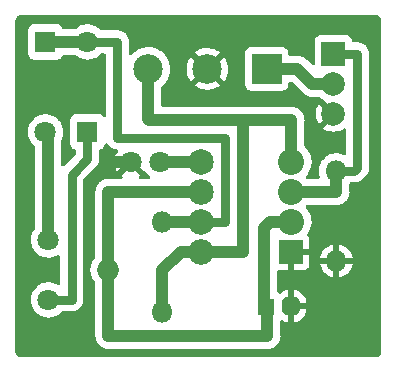
<source format=gbl>
%TF.GenerationSoftware,KiCad,Pcbnew,(6.0.10)*%
%TF.CreationDate,2023-01-21T20:26:19+05:30*%
%TF.ProjectId,555 Astable,35353520-4173-4746-9162-6c652e6b6963,rev?*%
%TF.SameCoordinates,Original*%
%TF.FileFunction,Copper,L2,Bot*%
%TF.FilePolarity,Positive*%
%FSLAX46Y46*%
G04 Gerber Fmt 4.6, Leading zero omitted, Abs format (unit mm)*
G04 Created by KiCad (PCBNEW (6.0.10)) date 2023-01-21 20:26:19*
%MOMM*%
%LPD*%
G01*
G04 APERTURE LIST*
%TA.AperFunction,ComponentPad*%
%ADD10R,2.000000X2.000000*%
%TD*%
%TA.AperFunction,ComponentPad*%
%ADD11C,2.203270*%
%TD*%
%TA.AperFunction,ComponentPad*%
%ADD12C,2.200000*%
%TD*%
%TA.AperFunction,ComponentPad*%
%ADD13C,2.200362*%
%TD*%
%TA.AperFunction,ComponentPad*%
%ADD14C,2.160370*%
%TD*%
%TA.AperFunction,ComponentPad*%
%ADD15C,2.165916*%
%TD*%
%TA.AperFunction,ComponentPad*%
%ADD16C,2.163330*%
%TD*%
%TA.AperFunction,ComponentPad*%
%ADD17C,2.169238*%
%TD*%
%TA.AperFunction,ComponentPad*%
%ADD18C,1.800000*%
%TD*%
%TA.AperFunction,ComponentPad*%
%ADD19R,2.500000X2.500000*%
%TD*%
%TA.AperFunction,ComponentPad*%
%ADD20C,2.500000*%
%TD*%
%TA.AperFunction,ComponentPad*%
%ADD21R,1.800000X1.800000*%
%TD*%
%TA.AperFunction,ComponentPad*%
%ADD22R,1.400000X1.400000*%
%TD*%
%TA.AperFunction,ComponentPad*%
%ADD23O,1.600000X1.800000*%
%TD*%
%TA.AperFunction,ComponentPad*%
%ADD24O,1.800000X1.800000*%
%TD*%
%TA.AperFunction,ComponentPad*%
%ADD25C,1.840000*%
%TD*%
%TA.AperFunction,ComponentPad*%
%ADD26C,1.800444*%
%TD*%
%TA.AperFunction,ComponentPad*%
%ADD27C,2.000000*%
%TD*%
%TA.AperFunction,Conductor*%
%ADD28C,1.000000*%
%TD*%
%TA.AperFunction,Conductor*%
%ADD29C,0.750000*%
%TD*%
G04 APERTURE END LIST*
D10*
%TO.P,U1,1,GND*%
%TO.N,GND*%
X125222000Y-83566000D03*
D11*
%TO.P,U1,2,TRIG*%
%TO.N,Net-(C2-Pad1)*%
X125222000Y-81026000D03*
D12*
%TO.P,U1,3,OUT*%
%TO.N,Net-(Q1-Pad1)*%
X125222000Y-78486000D03*
D13*
%TO.P,U1,4,RESET*%
%TO.N,VCC*%
X125222000Y-75946000D03*
D14*
%TO.P,U1,5,CONT*%
%TO.N,Net-(C1-Pad1)*%
X117602000Y-75946000D03*
D15*
%TO.P,U1,6,THRES*%
%TO.N,Net-(C2-Pad1)*%
X117602000Y-78486000D03*
D16*
%TO.P,U1,7,DISCH*%
%TO.N,Net-(D1-Pad1)*%
X117602000Y-81026000D03*
D17*
%TO.P,U1,8,VCC*%
%TO.N,VCC*%
X117602000Y-83566000D03*
%TD*%
D18*
%TO.P,C1,1*%
%TO.N,Net-(C1-Pad1)*%
X114121800Y-75956000D03*
%TO.P,C1,2*%
%TO.N,GND*%
X111621800Y-75956000D03*
%TD*%
D19*
%TO.P,J1,1*%
%TO.N,Net-(Q1-Pad2)*%
X123110000Y-68072000D03*
D20*
%TO.P,J1,2*%
%TO.N,GND*%
X118110000Y-68072000D03*
%TO.P,J1,3*%
%TO.N,VCC*%
X113110000Y-68072000D03*
%TD*%
D21*
%TO.P,D2,1,K*%
%TO.N,Net-(D2-Pad1)*%
X107950000Y-73406000D03*
D18*
%TO.P,D2,2,A*%
%TO.N,Net-(D1-Pad1)*%
X107950000Y-65786000D03*
%TD*%
D22*
%TO.P,C2,1*%
%TO.N,Net-(C2-Pad1)*%
X123090000Y-88248000D03*
D23*
%TO.P,C2,2*%
%TO.N,GND*%
X125190000Y-88148000D03*
%TD*%
D24*
%TO.P,R1,1*%
%TO.N,Net-(D1-Pad1)*%
X114300000Y-81036000D03*
%TO.P,R1,2*%
%TO.N,VCC*%
X114300000Y-88656000D03*
%TD*%
D21*
%TO.P,D1,1,K*%
%TO.N,Net-(D1-Pad1)*%
X104394000Y-65786000D03*
D18*
%TO.P,D1,2,A*%
%TO.N,Net-(D1-Pad2)*%
X104394000Y-73406000D03*
%TD*%
D24*
%TO.P,R2,1*%
%TO.N,GND*%
X129032000Y-84328000D03*
%TO.P,R2,2*%
%TO.N,Net-(Q1-Pad1)*%
X129032000Y-76708000D03*
%TD*%
D18*
%TO.P,RV1,1,1*%
%TO.N,Net-(D2-Pad1)*%
X104648000Y-87630000D03*
D25*
%TO.P,RV1,2,2*%
%TO.N,Net-(C2-Pad1)*%
X109728000Y-85090000D03*
D26*
%TO.P,RV1,3,3*%
%TO.N,Net-(D1-Pad2)*%
X104648000Y-82550000D03*
%TD*%
D10*
%TO.P,Q1,1,G*%
%TO.N,Net-(Q1-Pad1)*%
X128778000Y-66802000D03*
D27*
%TO.P,Q1,2,D*%
%TO.N,Net-(Q1-Pad2)*%
X128778000Y-69342000D03*
%TO.P,Q1,3,S*%
%TO.N,GND*%
X128778000Y-71882000D03*
%TD*%
D28*
%TO.N,GND*%
X110236000Y-75946000D02*
X110246000Y-75956000D01*
X111621800Y-75956000D02*
X110246000Y-75956000D01*
D29*
%TO.N,Net-(D1-Pad1)*%
X119634000Y-81026000D02*
X119634000Y-73914000D01*
D28*
X117602000Y-81026000D02*
X114310000Y-81026000D01*
X114310000Y-81026000D02*
X114300000Y-81036000D01*
D29*
X117602000Y-81026000D02*
X119634000Y-81026000D01*
D28*
X104394000Y-65786000D02*
X107950000Y-65786000D01*
D29*
X110490000Y-65786000D02*
X107950000Y-65786000D01*
X110490000Y-73914000D02*
X110490000Y-65786000D01*
X119634000Y-73914000D02*
X110490000Y-73914000D01*
D28*
%TO.N,Net-(D1-Pad2)*%
X104648000Y-73660000D02*
X104648000Y-82550000D01*
X104394000Y-73406000D02*
X104648000Y-73660000D01*
D29*
%TO.N,Net-(D2-Pad1)*%
X107950000Y-75692000D02*
X107950000Y-73406000D01*
X106600000Y-87630000D02*
X106600000Y-77042000D01*
X104648000Y-87630000D02*
X106600000Y-87630000D01*
X106600000Y-77042000D02*
X107950000Y-75692000D01*
D28*
%TO.N,VCC*%
X121158000Y-72390000D02*
X113190000Y-72390000D01*
X113190000Y-72390000D02*
X113110000Y-72310000D01*
X113110000Y-72310000D02*
X113110000Y-68072000D01*
X125222000Y-75184000D02*
X125222000Y-72390000D01*
X125222000Y-72390000D02*
X121158000Y-72390000D01*
X121158000Y-83566000D02*
X121158000Y-72390000D01*
X117602000Y-83566000D02*
X121158000Y-83566000D01*
X117602000Y-83566000D02*
X115834000Y-83566000D01*
X114300000Y-85100000D02*
X114300000Y-88656000D01*
X115834000Y-83566000D02*
X114300000Y-85100000D01*
%TO.N,Net-(Q1-Pad2)*%
X123110000Y-68072000D02*
X125730000Y-68072000D01*
X125730000Y-68072000D02*
X127000000Y-69342000D01*
X127000000Y-69342000D02*
X128778000Y-69342000D01*
D29*
%TO.N,Net-(Q1-Pad1)*%
X130556000Y-76708000D02*
X129032000Y-76708000D01*
X128778000Y-66802000D02*
X130810000Y-66802000D01*
X130810000Y-76454000D02*
X130556000Y-76708000D01*
D28*
X129032000Y-78486000D02*
X129032000Y-76708000D01*
D29*
X130810000Y-66802000D02*
X130810000Y-76454000D01*
D28*
X125222000Y-78486000D02*
X129032000Y-78486000D01*
%TO.N,Net-(C2-Pad1)*%
X109728000Y-78486000D02*
X117602000Y-78486000D01*
X122936000Y-81534000D02*
X123444000Y-81026000D01*
X123190000Y-88148000D02*
X123190000Y-90678000D01*
D29*
X117612000Y-78496000D02*
X117602000Y-78486000D01*
D28*
X109728000Y-90678000D02*
X109728000Y-85090000D01*
X123190000Y-90678000D02*
X109728000Y-90678000D01*
X123444000Y-81026000D02*
X125222000Y-81026000D01*
X122936000Y-87894000D02*
X122936000Y-81534000D01*
X123190000Y-88148000D02*
X122936000Y-87894000D01*
X109728000Y-85090000D02*
X109728000Y-78486000D01*
%TO.N,Net-(C1-Pad1)*%
X114131800Y-75946000D02*
X114121800Y-75956000D01*
X117602000Y-75946000D02*
X114131800Y-75946000D01*
%TD*%
%TA.AperFunction,Conductor*%
%TO.N,GND*%
G36*
X132304018Y-63510000D02*
G01*
X132318852Y-63512310D01*
X132318855Y-63512310D01*
X132327724Y-63513691D01*
X132336626Y-63512527D01*
X132336750Y-63512511D01*
X132367192Y-63512240D01*
X132374621Y-63513077D01*
X132429264Y-63519234D01*
X132456771Y-63525513D01*
X132533853Y-63552485D01*
X132559274Y-63564727D01*
X132628426Y-63608178D01*
X132650485Y-63625770D01*
X132708230Y-63683515D01*
X132725822Y-63705574D01*
X132769273Y-63774726D01*
X132781515Y-63800147D01*
X132808487Y-63877228D01*
X132814766Y-63904736D01*
X132821018Y-63960226D01*
X132820923Y-63975868D01*
X132821800Y-63975879D01*
X132821690Y-63984851D01*
X132820309Y-63993724D01*
X132821473Y-64002626D01*
X132821473Y-64002628D01*
X132824436Y-64025283D01*
X132825500Y-64041621D01*
X132825500Y-91950633D01*
X132824000Y-91970018D01*
X132820309Y-91993724D01*
X132821473Y-92002626D01*
X132821489Y-92002750D01*
X132821760Y-92033192D01*
X132819430Y-92053870D01*
X132814766Y-92095264D01*
X132808487Y-92122771D01*
X132781515Y-92199853D01*
X132769273Y-92225274D01*
X132725822Y-92294426D01*
X132708230Y-92316485D01*
X132650485Y-92374230D01*
X132628426Y-92391822D01*
X132559274Y-92435273D01*
X132533853Y-92447515D01*
X132456772Y-92474487D01*
X132429264Y-92480766D01*
X132373774Y-92487018D01*
X132358132Y-92486923D01*
X132358121Y-92487800D01*
X132349149Y-92487690D01*
X132340276Y-92486309D01*
X132331374Y-92487473D01*
X132331372Y-92487473D01*
X132320385Y-92488910D01*
X132308714Y-92490436D01*
X132292379Y-92491500D01*
X102383367Y-92491500D01*
X102363982Y-92490000D01*
X102349148Y-92487690D01*
X102349145Y-92487690D01*
X102340276Y-92486309D01*
X102331374Y-92487473D01*
X102331250Y-92487489D01*
X102300808Y-92487760D01*
X102280130Y-92485430D01*
X102238736Y-92480766D01*
X102211229Y-92474487D01*
X102134147Y-92447515D01*
X102108726Y-92435273D01*
X102039574Y-92391822D01*
X102017515Y-92374230D01*
X101959770Y-92316485D01*
X101942178Y-92294426D01*
X101898727Y-92225274D01*
X101886485Y-92199853D01*
X101859513Y-92122772D01*
X101853234Y-92095266D01*
X101847170Y-92041451D01*
X101846888Y-92016640D01*
X101847576Y-92012552D01*
X101847729Y-92000000D01*
X101843773Y-91972376D01*
X101842500Y-91954514D01*
X101842500Y-73369214D01*
X102888806Y-73369214D01*
X102889103Y-73374366D01*
X102889103Y-73374370D01*
X102896456Y-73501886D01*
X102903010Y-73615545D01*
X102904147Y-73620591D01*
X102904148Y-73620597D01*
X102926336Y-73719051D01*
X102957255Y-73856249D01*
X103050084Y-74084861D01*
X103179006Y-74295241D01*
X103340557Y-74481741D01*
X103501985Y-74615761D01*
X103541620Y-74674664D01*
X103547500Y-74712705D01*
X103547500Y-81478787D01*
X103527498Y-81546908D01*
X103512594Y-81565838D01*
X103477723Y-81602328D01*
X103474809Y-81606600D01*
X103474808Y-81606601D01*
X103341577Y-81801910D01*
X103341574Y-81801915D01*
X103338658Y-81806190D01*
X103336482Y-81810879D01*
X103336478Y-81810885D01*
X103246206Y-82005360D01*
X103234756Y-82030028D01*
X103168808Y-82267829D01*
X103142585Y-82513208D01*
X103142882Y-82518361D01*
X103142882Y-82518364D01*
X103151785Y-82672777D01*
X103156790Y-82759576D01*
X103157927Y-82764622D01*
X103157928Y-82764628D01*
X103159129Y-82769955D01*
X103211043Y-83000315D01*
X103212985Y-83005097D01*
X103212986Y-83005101D01*
X103271308Y-83148730D01*
X103303886Y-83228961D01*
X103432827Y-83439372D01*
X103594401Y-83625899D01*
X103784271Y-83783532D01*
X103788723Y-83786134D01*
X103788728Y-83786137D01*
X103955797Y-83883764D01*
X103997337Y-83908038D01*
X104227877Y-83996073D01*
X104232943Y-83997104D01*
X104232944Y-83997104D01*
X104340807Y-84019049D01*
X104469700Y-84045272D01*
X104608697Y-84050369D01*
X104711147Y-84054126D01*
X104711151Y-84054126D01*
X104716311Y-84054315D01*
X104721431Y-84053659D01*
X104721433Y-84053659D01*
X104955959Y-84023615D01*
X104955960Y-84023615D01*
X104961087Y-84022958D01*
X105197455Y-83952044D01*
X105419067Y-83843478D01*
X105423271Y-83840480D01*
X105423280Y-83840474D01*
X105425332Y-83839010D01*
X105426297Y-83838675D01*
X105427720Y-83837827D01*
X105427895Y-83838121D01*
X105492406Y-83815736D01*
X105561414Y-83832420D01*
X105610448Y-83883764D01*
X105624500Y-83941589D01*
X105624500Y-86241538D01*
X105604498Y-86309659D01*
X105550842Y-86356152D01*
X105480568Y-86366256D01*
X105437607Y-86351847D01*
X105269727Y-86259173D01*
X105269726Y-86259172D01*
X105265198Y-86256673D01*
X105260329Y-86254949D01*
X105260325Y-86254947D01*
X105037485Y-86176035D01*
X105037481Y-86176034D01*
X105032610Y-86174309D01*
X105027517Y-86173402D01*
X105027514Y-86173401D01*
X104794783Y-86131945D01*
X104794777Y-86131944D01*
X104789694Y-86131039D01*
X104710324Y-86130069D01*
X104548142Y-86128088D01*
X104548140Y-86128088D01*
X104542972Y-86128025D01*
X104299070Y-86165347D01*
X104064540Y-86242003D01*
X103845679Y-86355935D01*
X103841546Y-86359038D01*
X103841543Y-86359040D01*
X103652499Y-86500978D01*
X103648364Y-86504083D01*
X103477896Y-86682468D01*
X103338851Y-86886300D01*
X103325961Y-86914069D01*
X103240858Y-87097409D01*
X103234965Y-87110104D01*
X103169026Y-87347871D01*
X103142806Y-87593214D01*
X103143103Y-87598366D01*
X103143103Y-87598370D01*
X103151367Y-87741683D01*
X103157010Y-87839545D01*
X103158147Y-87844591D01*
X103158148Y-87844597D01*
X103173406Y-87912300D01*
X103211255Y-88080249D01*
X103304084Y-88308861D01*
X103433006Y-88519241D01*
X103594557Y-88705741D01*
X103784399Y-88863351D01*
X103997433Y-88987838D01*
X104002253Y-88989678D01*
X104002258Y-88989681D01*
X104116547Y-89033323D01*
X104227939Y-89075859D01*
X104233007Y-89076890D01*
X104233010Y-89076891D01*
X104352526Y-89101207D01*
X104469726Y-89125052D01*
X104474899Y-89125242D01*
X104474902Y-89125242D01*
X104711136Y-89133904D01*
X104711140Y-89133904D01*
X104716300Y-89134093D01*
X104721420Y-89133437D01*
X104721422Y-89133437D01*
X104797703Y-89123665D01*
X104961041Y-89102741D01*
X104965990Y-89101256D01*
X104965996Y-89101255D01*
X105192424Y-89033323D01*
X105192423Y-89033323D01*
X105197374Y-89031838D01*
X105325538Y-88969051D01*
X105414303Y-88925566D01*
X105414308Y-88925563D01*
X105418954Y-88923287D01*
X105423164Y-88920284D01*
X105423169Y-88920281D01*
X105615617Y-88783009D01*
X105615622Y-88783005D01*
X105619829Y-88780004D01*
X105744267Y-88656000D01*
X105758066Y-88642249D01*
X105820438Y-88608333D01*
X105847006Y-88605500D01*
X106570947Y-88605500D01*
X106577541Y-88605673D01*
X106641517Y-88609026D01*
X106641521Y-88609026D01*
X106647899Y-88609360D01*
X106719257Y-88598569D01*
X106725340Y-88597800D01*
X106797163Y-88590504D01*
X106803254Y-88588595D01*
X106803260Y-88588594D01*
X106810846Y-88586217D01*
X106829678Y-88581869D01*
X106837535Y-88580681D01*
X106837537Y-88580680D01*
X106843848Y-88579726D01*
X106911582Y-88554805D01*
X106917407Y-88552822D01*
X106980181Y-88533150D01*
X106980183Y-88533149D01*
X106986272Y-88531241D01*
X106991852Y-88528148D01*
X106991854Y-88528147D01*
X106998804Y-88524294D01*
X107016389Y-88516242D01*
X107020220Y-88514833D01*
X107023852Y-88513497D01*
X107023855Y-88513495D01*
X107029836Y-88511295D01*
X107091177Y-88473262D01*
X107096471Y-88470156D01*
X107159602Y-88435162D01*
X107170482Y-88425837D01*
X107186078Y-88414422D01*
X107192845Y-88410226D01*
X107198266Y-88406865D01*
X107202900Y-88402483D01*
X107202905Y-88402479D01*
X107250709Y-88357273D01*
X107255284Y-88353153D01*
X107305224Y-88310349D01*
X107310073Y-88306193D01*
X107318860Y-88294864D01*
X107331837Y-88280552D01*
X107342257Y-88270699D01*
X107383659Y-88211571D01*
X107387303Y-88206629D01*
X107427621Y-88154652D01*
X107427626Y-88154644D01*
X107431537Y-88149602D01*
X107437867Y-88136739D01*
X107447700Y-88120113D01*
X107452266Y-88113592D01*
X107452270Y-88113585D01*
X107455927Y-88108362D01*
X107466022Y-88085035D01*
X107484590Y-88042125D01*
X107487173Y-88036535D01*
X107516213Y-87977520D01*
X107516215Y-87977516D01*
X107519034Y-87971786D01*
X107522647Y-87957915D01*
X107528941Y-87939638D01*
X107532097Y-87932345D01*
X107532099Y-87932340D01*
X107534633Y-87926483D01*
X107549393Y-87855833D01*
X107550791Y-87849871D01*
X107568989Y-87780007D01*
X107569739Y-87765689D01*
X107572229Y-87746520D01*
X107574170Y-87737233D01*
X107574171Y-87737229D01*
X107575160Y-87732493D01*
X107575500Y-87726005D01*
X107575500Y-87659053D01*
X107575673Y-87652459D01*
X107579026Y-87588483D01*
X107579026Y-87588479D01*
X107579360Y-87582101D01*
X107576917Y-87565947D01*
X107575500Y-87547106D01*
X107575500Y-77498255D01*
X107595502Y-77430134D01*
X107612405Y-77409160D01*
X108104021Y-76917545D01*
X108628624Y-76392942D01*
X108631146Y-76390489D01*
X108687616Y-76337088D01*
X108687617Y-76337087D01*
X108692257Y-76332699D01*
X108725921Y-76284622D01*
X108731491Y-76277258D01*
X108764558Y-76236713D01*
X108764559Y-76236711D01*
X108768594Y-76231764D01*
X108781500Y-76207077D01*
X108789949Y-76193181D01*
X108802265Y-76175592D01*
X108802265Y-76175591D01*
X108805927Y-76170362D01*
X108829239Y-76116492D01*
X108833214Y-76108158D01*
X108857454Y-76061790D01*
X108860409Y-76056138D01*
X108868087Y-76029362D01*
X108873565Y-76014059D01*
X108884633Y-75988483D01*
X108896642Y-75930998D01*
X108898848Y-75922082D01*
X108915034Y-75865637D01*
X108917171Y-75837860D01*
X108919462Y-75821769D01*
X108925160Y-75794493D01*
X108925500Y-75788005D01*
X108925500Y-75734464D01*
X108925871Y-75724797D01*
X108929749Y-75674403D01*
X108929749Y-75674399D01*
X108930238Y-75668043D01*
X108926494Y-75638407D01*
X108925500Y-75622615D01*
X108925500Y-75008385D01*
X108945502Y-74940264D01*
X108999158Y-74893771D01*
X109006736Y-74891047D01*
X109006762Y-74891044D01*
X109011311Y-74889160D01*
X109073517Y-74863393D01*
X109152841Y-74830536D01*
X109278282Y-74734282D01*
X109374536Y-74608841D01*
X109435044Y-74462762D01*
X109435079Y-74462777D01*
X109469968Y-74405535D01*
X109533829Y-74374513D01*
X109604323Y-74382940D01*
X109659071Y-74428142D01*
X109664923Y-74437674D01*
X109684838Y-74473602D01*
X109688989Y-74478445D01*
X109694163Y-74484482D01*
X109705578Y-74500078D01*
X109713135Y-74512266D01*
X109717517Y-74516900D01*
X109717521Y-74516905D01*
X109762727Y-74564709D01*
X109766847Y-74569284D01*
X109786439Y-74592142D01*
X109813807Y-74624073D01*
X109825136Y-74632860D01*
X109839448Y-74645837D01*
X109849301Y-74656257D01*
X109908429Y-74697659D01*
X109913371Y-74701303D01*
X109965348Y-74741621D01*
X109965356Y-74741626D01*
X109970398Y-74745537D01*
X109983261Y-74751867D01*
X109999887Y-74761700D01*
X110006408Y-74766266D01*
X110006415Y-74766270D01*
X110011638Y-74769927D01*
X110017491Y-74772460D01*
X110017495Y-74772462D01*
X110077875Y-74798590D01*
X110083465Y-74801173D01*
X110142480Y-74830213D01*
X110142484Y-74830215D01*
X110148214Y-74833034D01*
X110154394Y-74834644D01*
X110154397Y-74834645D01*
X110162084Y-74836647D01*
X110180362Y-74842941D01*
X110187655Y-74846097D01*
X110187660Y-74846099D01*
X110193517Y-74848633D01*
X110263181Y-74863187D01*
X110264167Y-74863393D01*
X110270129Y-74864791D01*
X110339993Y-74882989D01*
X110354311Y-74883739D01*
X110373475Y-74886228D01*
X110378379Y-74887253D01*
X110382767Y-74888170D01*
X110382771Y-74888171D01*
X110387507Y-74889160D01*
X110393995Y-74889500D01*
X110406353Y-74889500D01*
X110474474Y-74909502D01*
X110520967Y-74963158D01*
X110531071Y-75033432D01*
X110510441Y-75086504D01*
X110396274Y-75253866D01*
X110391176Y-75262841D01*
X110298052Y-75463459D01*
X110294489Y-75473146D01*
X110235381Y-75686280D01*
X110233450Y-75696400D01*
X110209945Y-75916349D01*
X110209693Y-75926638D01*
X110222427Y-76147468D01*
X110223861Y-76157670D01*
X110272485Y-76373439D01*
X110275573Y-76383292D01*
X110358786Y-76588220D01*
X110363434Y-76597421D01*
X110451897Y-76741781D01*
X110462353Y-76751242D01*
X110471131Y-76747458D01*
X111532705Y-75685885D01*
X111595017Y-75651859D01*
X111665833Y-75656924D01*
X111710895Y-75685885D01*
X112768103Y-76743092D01*
X112792939Y-76756654D01*
X112839044Y-76766684D01*
X112886090Y-76811436D01*
X112904104Y-76840833D01*
X112904109Y-76840839D01*
X112906806Y-76845241D01*
X113068357Y-77031741D01*
X113072332Y-77035041D01*
X113072335Y-77035044D01*
X113225924Y-77162556D01*
X113265559Y-77221459D01*
X113267057Y-77292440D01*
X113229942Y-77352962D01*
X113165998Y-77383811D01*
X113145439Y-77385500D01*
X112436117Y-77385500D01*
X112367996Y-77365498D01*
X112321503Y-77311842D01*
X112311399Y-77241568D01*
X112340893Y-77176988D01*
X112362948Y-77156922D01*
X112406895Y-77125575D01*
X112415297Y-77114874D01*
X112408310Y-77101721D01*
X111634611Y-76328021D01*
X111620668Y-76320408D01*
X111618834Y-76320539D01*
X111612220Y-76324790D01*
X110831980Y-77105031D01*
X110825223Y-77117406D01*
X110830504Y-77124461D01*
X110875427Y-77150712D01*
X110924150Y-77202351D01*
X110937221Y-77272134D01*
X110910489Y-77337906D01*
X110852442Y-77378784D01*
X110811856Y-77385500D01*
X109816512Y-77385500D01*
X109798432Y-77384196D01*
X109798412Y-77384193D01*
X109795777Y-77383811D01*
X109787944Y-77382675D01*
X109787941Y-77382675D01*
X109782004Y-77381814D01*
X109705282Y-77385365D01*
X109699456Y-77385500D01*
X109675531Y-77385500D01*
X109653289Y-77387622D01*
X109647178Y-77388054D01*
X109622650Y-77389189D01*
X109572233Y-77391523D01*
X109566403Y-77392928D01*
X109554576Y-77395778D01*
X109537031Y-77398714D01*
X109531934Y-77399200D01*
X109518954Y-77400439D01*
X109489227Y-77409160D01*
X109446958Y-77421560D01*
X109441010Y-77423148D01*
X109412024Y-77430134D01*
X109368082Y-77440724D01*
X109362623Y-77443206D01*
X109362620Y-77443207D01*
X109351550Y-77448240D01*
X109334878Y-77454440D01*
X109323247Y-77457853D01*
X109317451Y-77459553D01*
X109250758Y-77493902D01*
X109245229Y-77496581D01*
X109182378Y-77525157D01*
X109182370Y-77525161D01*
X109176919Y-77527640D01*
X109162105Y-77538148D01*
X109146905Y-77547390D01*
X109130761Y-77555705D01*
X109126043Y-77559411D01*
X109126040Y-77559413D01*
X109071772Y-77602041D01*
X109066839Y-77605724D01*
X109010534Y-77645665D01*
X109010531Y-77645667D01*
X109005640Y-77649137D01*
X109001497Y-77653465D01*
X108993081Y-77662256D01*
X108979898Y-77674209D01*
X108965621Y-77685424D01*
X108961690Y-77689954D01*
X108961689Y-77689955D01*
X108916449Y-77742090D01*
X108912304Y-77746638D01*
X108860425Y-77800831D01*
X108857170Y-77805872D01*
X108850579Y-77816079D01*
X108839891Y-77830314D01*
X108827990Y-77844029D01*
X108824992Y-77849212D01*
X108824988Y-77849217D01*
X108790416Y-77908979D01*
X108787203Y-77914232D01*
X108746515Y-77977246D01*
X108744273Y-77982808D01*
X108744273Y-77982809D01*
X108739727Y-77994088D01*
X108731926Y-78010081D01*
X108725838Y-78020605D01*
X108725835Y-78020612D01*
X108722834Y-78025799D01*
X108720869Y-78031458D01*
X108698225Y-78096668D01*
X108696063Y-78102434D01*
X108668019Y-78172019D01*
X108664539Y-78189843D01*
X108659905Y-78207017D01*
X108653947Y-78224174D01*
X108653087Y-78230104D01*
X108653086Y-78230109D01*
X108643183Y-78298411D01*
X108642151Y-78304481D01*
X108627770Y-78378122D01*
X108627500Y-78383643D01*
X108627500Y-78397488D01*
X108626196Y-78415567D01*
X108623814Y-78431996D01*
X108625127Y-78460365D01*
X108627365Y-78508718D01*
X108627500Y-78514544D01*
X108627500Y-83990817D01*
X108607498Y-84058938D01*
X108597318Y-84072639D01*
X108494086Y-84193509D01*
X108369035Y-84397573D01*
X108367142Y-84402143D01*
X108367140Y-84402147D01*
X108290214Y-84587865D01*
X108277447Y-84618687D01*
X108266581Y-84663946D01*
X108222731Y-84846593D01*
X108222730Y-84846599D01*
X108221576Y-84851406D01*
X108202798Y-85090000D01*
X108221576Y-85328594D01*
X108222730Y-85333401D01*
X108222731Y-85333407D01*
X108222758Y-85333519D01*
X108277447Y-85561313D01*
X108279340Y-85565884D01*
X108279341Y-85565886D01*
X108327803Y-85682883D01*
X108369035Y-85782427D01*
X108494086Y-85986491D01*
X108597313Y-86107355D01*
X108626342Y-86172143D01*
X108627500Y-86189183D01*
X108627500Y-90589488D01*
X108626196Y-90607567D01*
X108623814Y-90623996D01*
X108625127Y-90652365D01*
X108627365Y-90700718D01*
X108627500Y-90706544D01*
X108627500Y-90730469D01*
X108629622Y-90752711D01*
X108630054Y-90758822D01*
X108631189Y-90783350D01*
X108633523Y-90833767D01*
X108634928Y-90839597D01*
X108637778Y-90851424D01*
X108640714Y-90868969D01*
X108642439Y-90887046D01*
X108644126Y-90892795D01*
X108663560Y-90959042D01*
X108665148Y-90964990D01*
X108667360Y-90974166D01*
X108682724Y-91037918D01*
X108685206Y-91043377D01*
X108685207Y-91043380D01*
X108690240Y-91054450D01*
X108696440Y-91071122D01*
X108701553Y-91088549D01*
X108735221Y-91153919D01*
X108735896Y-91155230D01*
X108738581Y-91160771D01*
X108767157Y-91223622D01*
X108767161Y-91223630D01*
X108769640Y-91229081D01*
X108780148Y-91243895D01*
X108789390Y-91259095D01*
X108797705Y-91275239D01*
X108801411Y-91279957D01*
X108801413Y-91279960D01*
X108844041Y-91334228D01*
X108847724Y-91339161D01*
X108887665Y-91395466D01*
X108891137Y-91400360D01*
X108895465Y-91404503D01*
X108904256Y-91412919D01*
X108916209Y-91426102D01*
X108927424Y-91440379D01*
X108931954Y-91444310D01*
X108931955Y-91444311D01*
X108984090Y-91489551D01*
X108988638Y-91493696D01*
X109042831Y-91545575D01*
X109047872Y-91548830D01*
X109058079Y-91555421D01*
X109072314Y-91566109D01*
X109086029Y-91578010D01*
X109091212Y-91581008D01*
X109091217Y-91581012D01*
X109150979Y-91615584D01*
X109156232Y-91618797D01*
X109219246Y-91659485D01*
X109224808Y-91661727D01*
X109224809Y-91661727D01*
X109236088Y-91666273D01*
X109252081Y-91674074D01*
X109262605Y-91680162D01*
X109262612Y-91680165D01*
X109267799Y-91683166D01*
X109338675Y-91707778D01*
X109344434Y-91709937D01*
X109408453Y-91735738D01*
X109408455Y-91735739D01*
X109414019Y-91737981D01*
X109431843Y-91741461D01*
X109449017Y-91746095D01*
X109466174Y-91752053D01*
X109472104Y-91752913D01*
X109472109Y-91752914D01*
X109540411Y-91762817D01*
X109546481Y-91763849D01*
X109615676Y-91777362D01*
X109615679Y-91777362D01*
X109620122Y-91778230D01*
X109625643Y-91778500D01*
X109639488Y-91778500D01*
X109657568Y-91779804D01*
X109668056Y-91781325D01*
X109668059Y-91781325D01*
X109673996Y-91782186D01*
X109750718Y-91778635D01*
X109756544Y-91778500D01*
X123101488Y-91778500D01*
X123119568Y-91779804D01*
X123130056Y-91781325D01*
X123130059Y-91781325D01*
X123135996Y-91782186D01*
X123212718Y-91778635D01*
X123218544Y-91778500D01*
X123242469Y-91778500D01*
X123264711Y-91776378D01*
X123270822Y-91775946D01*
X123295350Y-91774811D01*
X123345767Y-91772477D01*
X123351597Y-91771072D01*
X123363424Y-91768222D01*
X123380969Y-91765286D01*
X123386066Y-91764800D01*
X123399046Y-91763561D01*
X123445361Y-91749974D01*
X123471042Y-91742440D01*
X123476990Y-91740852D01*
X123510731Y-91732720D01*
X123549918Y-91723276D01*
X123555377Y-91720794D01*
X123555380Y-91720793D01*
X123566450Y-91715760D01*
X123583122Y-91709560D01*
X123594785Y-91706138D01*
X123600549Y-91704447D01*
X123667242Y-91670098D01*
X123672771Y-91667419D01*
X123735622Y-91638843D01*
X123735630Y-91638839D01*
X123741081Y-91636360D01*
X123755895Y-91625852D01*
X123771098Y-91616608D01*
X123787239Y-91608295D01*
X123830799Y-91574079D01*
X123846228Y-91561959D01*
X123851161Y-91558276D01*
X123907466Y-91518335D01*
X123907469Y-91518333D01*
X123912360Y-91514863D01*
X123924919Y-91501744D01*
X123938102Y-91489791D01*
X123947661Y-91482282D01*
X123952379Y-91478576D01*
X124001554Y-91421907D01*
X124005699Y-91417359D01*
X124009950Y-91412919D01*
X124057575Y-91363169D01*
X124067421Y-91347921D01*
X124078111Y-91333683D01*
X124086079Y-91324501D01*
X124090010Y-91319971D01*
X124093008Y-91314788D01*
X124093012Y-91314783D01*
X124127584Y-91255021D01*
X124130797Y-91249768D01*
X124140998Y-91233969D01*
X124171485Y-91186754D01*
X124173727Y-91181191D01*
X124178273Y-91169912D01*
X124186074Y-91153919D01*
X124192162Y-91143395D01*
X124192165Y-91143388D01*
X124195166Y-91138201D01*
X124219778Y-91067325D01*
X124221937Y-91061566D01*
X124247738Y-90997547D01*
X124247739Y-90997545D01*
X124249981Y-90991981D01*
X124253461Y-90974157D01*
X124258095Y-90956983D01*
X124264053Y-90939826D01*
X124274817Y-90865589D01*
X124275849Y-90859519D01*
X124289362Y-90790324D01*
X124289362Y-90790321D01*
X124290230Y-90785878D01*
X124290500Y-90780357D01*
X124290500Y-90766512D01*
X124291804Y-90748432D01*
X124293325Y-90737944D01*
X124293325Y-90737941D01*
X124294186Y-90732004D01*
X124290635Y-90655282D01*
X124290500Y-90649456D01*
X124290500Y-89456980D01*
X124310502Y-89388859D01*
X124364158Y-89342366D01*
X124434432Y-89332262D01*
X124488771Y-89353767D01*
X124528993Y-89381931D01*
X124538489Y-89387414D01*
X124735947Y-89479490D01*
X124746239Y-89483236D01*
X124918503Y-89529394D01*
X124932599Y-89529058D01*
X124936000Y-89521116D01*
X124936000Y-89515967D01*
X125444000Y-89515967D01*
X125447973Y-89529498D01*
X125456522Y-89530727D01*
X125633761Y-89483236D01*
X125644053Y-89479490D01*
X125841511Y-89387414D01*
X125851007Y-89381931D01*
X126029467Y-89256972D01*
X126037875Y-89249916D01*
X126191916Y-89095875D01*
X126198972Y-89087467D01*
X126323931Y-88909007D01*
X126329414Y-88899511D01*
X126421490Y-88702053D01*
X126425236Y-88691761D01*
X126481625Y-88481312D01*
X126483528Y-88470519D01*
X126487944Y-88420046D01*
X126484940Y-88405099D01*
X126473190Y-88402000D01*
X125462115Y-88402000D01*
X125446876Y-88406475D01*
X125445671Y-88407865D01*
X125444000Y-88415548D01*
X125444000Y-89515967D01*
X124936000Y-89515967D01*
X124936000Y-87875885D01*
X125444000Y-87875885D01*
X125448475Y-87891124D01*
X125449865Y-87892329D01*
X125457548Y-87894000D01*
X126471408Y-87894000D01*
X126486036Y-87889705D01*
X126488099Y-87877728D01*
X126483528Y-87825481D01*
X126481625Y-87814688D01*
X126425236Y-87604239D01*
X126421490Y-87593947D01*
X126329414Y-87396489D01*
X126323931Y-87386993D01*
X126198972Y-87208533D01*
X126191916Y-87200125D01*
X126037875Y-87046084D01*
X126029467Y-87039028D01*
X125851007Y-86914069D01*
X125841511Y-86908586D01*
X125644053Y-86816510D01*
X125633761Y-86812764D01*
X125461497Y-86766606D01*
X125447401Y-86766942D01*
X125444000Y-86774884D01*
X125444000Y-87875885D01*
X124936000Y-87875885D01*
X124936000Y-86780033D01*
X124932027Y-86766502D01*
X124923478Y-86765273D01*
X124746239Y-86812764D01*
X124735947Y-86816510D01*
X124538489Y-86908586D01*
X124528993Y-86914069D01*
X124350533Y-87039028D01*
X124342125Y-87046084D01*
X124324826Y-87063383D01*
X124262514Y-87097409D01*
X124191699Y-87092344D01*
X124159029Y-87074252D01*
X124092841Y-87023464D01*
X124092842Y-87023464D01*
X124092840Y-87023463D01*
X124093646Y-87022412D01*
X124050509Y-86977176D01*
X124036500Y-86919434D01*
X124036500Y-85199382D01*
X124056502Y-85131261D01*
X124110158Y-85084768D01*
X124169314Y-85073566D01*
X124177328Y-85074000D01*
X124949885Y-85074000D01*
X124965124Y-85069525D01*
X124966329Y-85068135D01*
X124968000Y-85060452D01*
X124968000Y-85055884D01*
X125476000Y-85055884D01*
X125480475Y-85071123D01*
X125481865Y-85072328D01*
X125489548Y-85073999D01*
X126266669Y-85073999D01*
X126273490Y-85073629D01*
X126324352Y-85068105D01*
X126339604Y-85064479D01*
X126460054Y-85019324D01*
X126475649Y-85010786D01*
X126577724Y-84934285D01*
X126590285Y-84921724D01*
X126666786Y-84819649D01*
X126675324Y-84804054D01*
X126720478Y-84683606D01*
X126724105Y-84668351D01*
X126729631Y-84617486D01*
X126730000Y-84610672D01*
X126730000Y-84595966D01*
X127649000Y-84595966D01*
X127682685Y-84745439D01*
X127685773Y-84755292D01*
X127768989Y-84960226D01*
X127773629Y-84969413D01*
X127889208Y-85158022D01*
X127895286Y-85166326D01*
X128040113Y-85333519D01*
X128047475Y-85340728D01*
X128217660Y-85482018D01*
X128226099Y-85487927D01*
X128417077Y-85599525D01*
X128426364Y-85603975D01*
X128633003Y-85682883D01*
X128642901Y-85685759D01*
X128760250Y-85709634D01*
X128774299Y-85708438D01*
X128778000Y-85698093D01*
X128778000Y-85696928D01*
X129286000Y-85696928D01*
X129290064Y-85710770D01*
X129303479Y-85712804D01*
X129320613Y-85710609D01*
X129330698Y-85708466D01*
X129542557Y-85644905D01*
X129552152Y-85641144D01*
X129750778Y-85543838D01*
X129759636Y-85538559D01*
X129939716Y-85410109D01*
X129947578Y-85403465D01*
X130104260Y-85247329D01*
X130110937Y-85239484D01*
X130240010Y-85059859D01*
X130245321Y-85051020D01*
X130343318Y-84852737D01*
X130347117Y-84843142D01*
X130411415Y-84631517D01*
X130413594Y-84621436D01*
X130416422Y-84599960D01*
X130414210Y-84585779D01*
X130401052Y-84582000D01*
X129304115Y-84582000D01*
X129288876Y-84586475D01*
X129287671Y-84587865D01*
X129286000Y-84595548D01*
X129286000Y-85696928D01*
X128778000Y-85696928D01*
X128778000Y-84600115D01*
X128773525Y-84584876D01*
X128772135Y-84583671D01*
X128764452Y-84582000D01*
X127663968Y-84582000D01*
X127650437Y-84585973D01*
X127649000Y-84595966D01*
X126730000Y-84595966D01*
X126730000Y-84058788D01*
X127645484Y-84058788D01*
X127647625Y-84070609D01*
X127660001Y-84074000D01*
X128759885Y-84074000D01*
X128775124Y-84069525D01*
X128776329Y-84068135D01*
X128778000Y-84060452D01*
X128778000Y-84055885D01*
X129286000Y-84055885D01*
X129290475Y-84071124D01*
X129291865Y-84072329D01*
X129299548Y-84074000D01*
X130401900Y-84074000D01*
X130415431Y-84070027D01*
X130416736Y-84060947D01*
X130370710Y-83877708D01*
X130367389Y-83867953D01*
X130279193Y-83665118D01*
X130274315Y-83656020D01*
X130154177Y-83470315D01*
X130147885Y-83462144D01*
X129999023Y-83298547D01*
X129991490Y-83291521D01*
X129817901Y-83154429D01*
X129809323Y-83148730D01*
X129615678Y-83041833D01*
X129606272Y-83037606D01*
X129397772Y-82963772D01*
X129387809Y-82961140D01*
X129303836Y-82946182D01*
X129290541Y-82947641D01*
X129286000Y-82962199D01*
X129286000Y-84055885D01*
X128778000Y-84055885D01*
X128778000Y-82960517D01*
X128774082Y-82947173D01*
X128759806Y-82945186D01*
X128709694Y-82952855D01*
X128699666Y-82955244D01*
X128489426Y-83023961D01*
X128479916Y-83027958D01*
X128283728Y-83130087D01*
X128275003Y-83135581D01*
X128098123Y-83268386D01*
X128090416Y-83275229D01*
X127937600Y-83435143D01*
X127931113Y-83443153D01*
X127806474Y-83625867D01*
X127801376Y-83634841D01*
X127708252Y-83835459D01*
X127704689Y-83845146D01*
X127645581Y-84058279D01*
X127645484Y-84058788D01*
X126730000Y-84058788D01*
X126730000Y-83838115D01*
X126725525Y-83822876D01*
X126724135Y-83821671D01*
X126716452Y-83820000D01*
X125494115Y-83820000D01*
X125478876Y-83824475D01*
X125477671Y-83825865D01*
X125476000Y-83833548D01*
X125476000Y-85055884D01*
X124968000Y-85055884D01*
X124968000Y-83438000D01*
X124988002Y-83369879D01*
X125041658Y-83323386D01*
X125094000Y-83312000D01*
X126711884Y-83312000D01*
X126727123Y-83307525D01*
X126728328Y-83306135D01*
X126729999Y-83298452D01*
X126729999Y-82521331D01*
X126729629Y-82514510D01*
X126724105Y-82463648D01*
X126720479Y-82448396D01*
X126675324Y-82327946D01*
X126666786Y-82312351D01*
X126585314Y-82203643D01*
X126560466Y-82137136D01*
X126575519Y-82067754D01*
X126583971Y-82054641D01*
X126585197Y-82053243D01*
X126592950Y-82041191D01*
X126719532Y-81844396D01*
X126722060Y-81840466D01*
X126825969Y-81609797D01*
X126828076Y-81602328D01*
X126893372Y-81370801D01*
X126894641Y-81366303D01*
X126926569Y-81115333D01*
X126928908Y-81026000D01*
X126910159Y-80773703D01*
X126854324Y-80526948D01*
X126762630Y-80291157D01*
X126637091Y-80071509D01*
X126480465Y-79872830D01*
X126452489Y-79846513D01*
X126416578Y-79785269D01*
X126419479Y-79714332D01*
X126444092Y-79671663D01*
X126481135Y-79629423D01*
X126541088Y-79591395D01*
X126575867Y-79586500D01*
X128943488Y-79586500D01*
X128961568Y-79587804D01*
X128972056Y-79589325D01*
X128972059Y-79589325D01*
X128977996Y-79590186D01*
X129054718Y-79586635D01*
X129060544Y-79586500D01*
X129084469Y-79586500D01*
X129106711Y-79584378D01*
X129112822Y-79583946D01*
X129137350Y-79582811D01*
X129187767Y-79580477D01*
X129193597Y-79579072D01*
X129205424Y-79576222D01*
X129222969Y-79573286D01*
X129228066Y-79572800D01*
X129241046Y-79571561D01*
X129287361Y-79557974D01*
X129313042Y-79550440D01*
X129318990Y-79548852D01*
X129352731Y-79540720D01*
X129391918Y-79531276D01*
X129397377Y-79528794D01*
X129397380Y-79528793D01*
X129408450Y-79523760D01*
X129425122Y-79517560D01*
X129436785Y-79514138D01*
X129442549Y-79512447D01*
X129509242Y-79478098D01*
X129514771Y-79475419D01*
X129577622Y-79446843D01*
X129577630Y-79446839D01*
X129583081Y-79444360D01*
X129597895Y-79433852D01*
X129613098Y-79424608D01*
X129629239Y-79416295D01*
X129652379Y-79398119D01*
X129688228Y-79369959D01*
X129693161Y-79366276D01*
X129749466Y-79326335D01*
X129749469Y-79326333D01*
X129754360Y-79322863D01*
X129766919Y-79309744D01*
X129780102Y-79297791D01*
X129789661Y-79290282D01*
X129794379Y-79286576D01*
X129843554Y-79229907D01*
X129847699Y-79225359D01*
X129895430Y-79175499D01*
X129895430Y-79175498D01*
X129899575Y-79171169D01*
X129909421Y-79155921D01*
X129920111Y-79141683D01*
X129928079Y-79132501D01*
X129932010Y-79127971D01*
X129935008Y-79122788D01*
X129935012Y-79122783D01*
X129969584Y-79063021D01*
X129972797Y-79057768D01*
X130010233Y-78999790D01*
X130013485Y-78994754D01*
X130015727Y-78989191D01*
X130020273Y-78977912D01*
X130028074Y-78961919D01*
X130034162Y-78951395D01*
X130034165Y-78951388D01*
X130037166Y-78946201D01*
X130061778Y-78875325D01*
X130063937Y-78869566D01*
X130089738Y-78805547D01*
X130089739Y-78805545D01*
X130091981Y-78799981D01*
X130095461Y-78782157D01*
X130100095Y-78764983D01*
X130106053Y-78747826D01*
X130113884Y-78693820D01*
X130116817Y-78673589D01*
X130117849Y-78667519D01*
X130131362Y-78598324D01*
X130131362Y-78598321D01*
X130132230Y-78593878D01*
X130132500Y-78588357D01*
X130132500Y-78574512D01*
X130133804Y-78556432D01*
X130135325Y-78545944D01*
X130135325Y-78545941D01*
X130136186Y-78540004D01*
X130132635Y-78463282D01*
X130132500Y-78457456D01*
X130132500Y-77809500D01*
X130152502Y-77741379D01*
X130206158Y-77694886D01*
X130258500Y-77683500D01*
X130540207Y-77683500D01*
X130543725Y-77683549D01*
X130621430Y-77685720D01*
X130621433Y-77685720D01*
X130627812Y-77685898D01*
X130641134Y-77683549D01*
X130685627Y-77675704D01*
X130694773Y-77674435D01*
X130737403Y-77670105D01*
X130753163Y-77668504D01*
X130760413Y-77666232D01*
X130779744Y-77660175D01*
X130795538Y-77656325D01*
X130816689Y-77652595D01*
X130816697Y-77652593D01*
X130822979Y-77651485D01*
X130856945Y-77638037D01*
X130877562Y-77629874D01*
X130886267Y-77626792D01*
X130936181Y-77611150D01*
X130936183Y-77611149D01*
X130942272Y-77609241D01*
X130966642Y-77595732D01*
X130981343Y-77588783D01*
X131007240Y-77578530D01*
X131012586Y-77575032D01*
X131056355Y-77546391D01*
X131064260Y-77541623D01*
X131110021Y-77516257D01*
X131110031Y-77516250D01*
X131115602Y-77513162D01*
X131120443Y-77509013D01*
X131120447Y-77509010D01*
X131136748Y-77495039D01*
X131149751Y-77485276D01*
X131169015Y-77472670D01*
X131169025Y-77472662D01*
X131173069Y-77470016D01*
X131176658Y-77466784D01*
X131176663Y-77466780D01*
X131176671Y-77466772D01*
X131177897Y-77465668D01*
X131215756Y-77427809D01*
X131222854Y-77421236D01*
X131247782Y-77399870D01*
X131266073Y-77384193D01*
X131284385Y-77360585D01*
X131294850Y-77348715D01*
X131488640Y-77154926D01*
X131491162Y-77152474D01*
X131547616Y-77099088D01*
X131547617Y-77099087D01*
X131552257Y-77094699D01*
X131585921Y-77046622D01*
X131591491Y-77039258D01*
X131624558Y-76998713D01*
X131624559Y-76998711D01*
X131628594Y-76993764D01*
X131641500Y-76969077D01*
X131649949Y-76955181D01*
X131662265Y-76937592D01*
X131662265Y-76937591D01*
X131665927Y-76932362D01*
X131689239Y-76878492D01*
X131693214Y-76870158D01*
X131717454Y-76823790D01*
X131720409Y-76818138D01*
X131728087Y-76791362D01*
X131733565Y-76776059D01*
X131744633Y-76750483D01*
X131756642Y-76692998D01*
X131758848Y-76684082D01*
X131775034Y-76627637D01*
X131777171Y-76599860D01*
X131779462Y-76583769D01*
X131785160Y-76556493D01*
X131785500Y-76550005D01*
X131785500Y-76496464D01*
X131785871Y-76486797D01*
X131789749Y-76436403D01*
X131789749Y-76436399D01*
X131790238Y-76430043D01*
X131786494Y-76400407D01*
X131785500Y-76384615D01*
X131785500Y-66831053D01*
X131785673Y-66824459D01*
X131789026Y-66760483D01*
X131789026Y-66760479D01*
X131789360Y-66754101D01*
X131778569Y-66682743D01*
X131777799Y-66676653D01*
X131777182Y-66670579D01*
X131770504Y-66604837D01*
X131768595Y-66598746D01*
X131768594Y-66598740D01*
X131766217Y-66591154D01*
X131761869Y-66572322D01*
X131760681Y-66564465D01*
X131760680Y-66564463D01*
X131759726Y-66558152D01*
X131734805Y-66490418D01*
X131732822Y-66484593D01*
X131713150Y-66421819D01*
X131713149Y-66421817D01*
X131711241Y-66415728D01*
X131704294Y-66403195D01*
X131696241Y-66385608D01*
X131693497Y-66378148D01*
X131693495Y-66378145D01*
X131691295Y-66372164D01*
X131653262Y-66310823D01*
X131650148Y-66305515D01*
X131647308Y-66300390D01*
X131615162Y-66242398D01*
X131605837Y-66231518D01*
X131594422Y-66215922D01*
X131590226Y-66209155D01*
X131586865Y-66203734D01*
X131582483Y-66199100D01*
X131582479Y-66199095D01*
X131537273Y-66151291D01*
X131533153Y-66146716D01*
X131490349Y-66096776D01*
X131486193Y-66091927D01*
X131474864Y-66083140D01*
X131460552Y-66070163D01*
X131450699Y-66059743D01*
X131391571Y-66018341D01*
X131386629Y-66014697D01*
X131334652Y-65974379D01*
X131334644Y-65974374D01*
X131329602Y-65970463D01*
X131316739Y-65964133D01*
X131300113Y-65954300D01*
X131293592Y-65949734D01*
X131293585Y-65949730D01*
X131288362Y-65946073D01*
X131282509Y-65943540D01*
X131282505Y-65943538D01*
X131222125Y-65917410D01*
X131216535Y-65914827D01*
X131157520Y-65885787D01*
X131157516Y-65885785D01*
X131151786Y-65882966D01*
X131145606Y-65881356D01*
X131145603Y-65881355D01*
X131137916Y-65879353D01*
X131119638Y-65873059D01*
X131112345Y-65869903D01*
X131112340Y-65869901D01*
X131106483Y-65867367D01*
X131035833Y-65852607D01*
X131029871Y-65851209D01*
X130960007Y-65833011D01*
X130945689Y-65832261D01*
X130926525Y-65829772D01*
X130921621Y-65828747D01*
X130917233Y-65827830D01*
X130917229Y-65827829D01*
X130912493Y-65826840D01*
X130906005Y-65826500D01*
X130839053Y-65826500D01*
X130832459Y-65826327D01*
X130768483Y-65822974D01*
X130768479Y-65822974D01*
X130762101Y-65822640D01*
X130747603Y-65824833D01*
X130745947Y-65825083D01*
X130727106Y-65826500D01*
X130497406Y-65826500D01*
X130429285Y-65806498D01*
X130382792Y-65752842D01*
X130372484Y-65716946D01*
X130364122Y-65653425D01*
X130364122Y-65653423D01*
X130363044Y-65645238D01*
X130302536Y-65499159D01*
X130206282Y-65373718D01*
X130080841Y-65277464D01*
X129934762Y-65216956D01*
X129926574Y-65215878D01*
X129821448Y-65202038D01*
X129821447Y-65202038D01*
X129817361Y-65201500D01*
X128778127Y-65201500D01*
X127738640Y-65201501D01*
X127734556Y-65202039D01*
X127734550Y-65202039D01*
X127629425Y-65215878D01*
X127629423Y-65215878D01*
X127621238Y-65216956D01*
X127475159Y-65277464D01*
X127349718Y-65373718D01*
X127253464Y-65499159D01*
X127192956Y-65645238D01*
X127191878Y-65653425D01*
X127191878Y-65653426D01*
X127183516Y-65716946D01*
X127177500Y-65762639D01*
X127177501Y-66798249D01*
X127177501Y-67658969D01*
X127157499Y-67727090D01*
X127103843Y-67773583D01*
X127033569Y-67783687D01*
X126968989Y-67754193D01*
X126962406Y-67748064D01*
X126581417Y-67367075D01*
X126574485Y-67358865D01*
X126574249Y-67359069D01*
X126570334Y-67354533D01*
X126566863Y-67349640D01*
X126500343Y-67285961D01*
X126498406Y-67284064D01*
X126471070Y-67256728D01*
X126468761Y-67254821D01*
X126468751Y-67254812D01*
X126465426Y-67252066D01*
X126458533Y-67245936D01*
X126419497Y-67208568D01*
X126419496Y-67208568D01*
X126415169Y-67204425D01*
X126410135Y-67201175D01*
X126410133Y-67201173D01*
X126387273Y-67186413D01*
X126375389Y-67177715D01*
X126354412Y-67160392D01*
X126354413Y-67160392D01*
X126349790Y-67156575D01*
X126297110Y-67127793D01*
X126289190Y-67123082D01*
X126238754Y-67090515D01*
X126233186Y-67088271D01*
X126233184Y-67088270D01*
X126207961Y-67078105D01*
X126194648Y-67071812D01*
X126170766Y-67058764D01*
X126165506Y-67055890D01*
X126159798Y-67054063D01*
X126159796Y-67054062D01*
X126108336Y-67037590D01*
X126099649Y-67034454D01*
X126049547Y-67014262D01*
X126049545Y-67014261D01*
X126043981Y-67012019D01*
X126011400Y-67005657D01*
X125997137Y-67001995D01*
X125971220Y-66993699D01*
X125971219Y-66993699D01*
X125965506Y-66991870D01*
X125959554Y-66991155D01*
X125905904Y-66984710D01*
X125896784Y-66983273D01*
X125854322Y-66974981D01*
X125837878Y-66971770D01*
X125832357Y-66971500D01*
X125803479Y-66971500D01*
X125788451Y-66970601D01*
X125762956Y-66967538D01*
X125762952Y-66967538D01*
X125757009Y-66966824D01*
X125751033Y-66967247D01*
X125751030Y-66967247D01*
X125695415Y-66971185D01*
X125686516Y-66971500D01*
X125086499Y-66971500D01*
X125018378Y-66951498D01*
X124971885Y-66897842D01*
X124960499Y-66845500D01*
X124960499Y-66782640D01*
X124957761Y-66761837D01*
X124946122Y-66673425D01*
X124946122Y-66673423D01*
X124945044Y-66665238D01*
X124884536Y-66519159D01*
X124788282Y-66393718D01*
X124662841Y-66297464D01*
X124516762Y-66236956D01*
X124472714Y-66231157D01*
X124403448Y-66222038D01*
X124403447Y-66222038D01*
X124399361Y-66221500D01*
X123110157Y-66221500D01*
X121820640Y-66221501D01*
X121816556Y-66222039D01*
X121816550Y-66222039D01*
X121711425Y-66235878D01*
X121711423Y-66235878D01*
X121703238Y-66236956D01*
X121557159Y-66297464D01*
X121431718Y-66393718D01*
X121335464Y-66519159D01*
X121274956Y-66665238D01*
X121259500Y-66782639D01*
X121259501Y-69361360D01*
X121274956Y-69478762D01*
X121335464Y-69624841D01*
X121431718Y-69750282D01*
X121557159Y-69846536D01*
X121703238Y-69907044D01*
X121711426Y-69908122D01*
X121816545Y-69921961D01*
X121820639Y-69922500D01*
X123109843Y-69922500D01*
X124399360Y-69922499D01*
X124403444Y-69921961D01*
X124403450Y-69921961D01*
X124508575Y-69908122D01*
X124508577Y-69908122D01*
X124516762Y-69907044D01*
X124662841Y-69846536D01*
X124788282Y-69750282D01*
X124884536Y-69624841D01*
X124945044Y-69478762D01*
X124952201Y-69424402D01*
X124959962Y-69365448D01*
X124959962Y-69365447D01*
X124960500Y-69361361D01*
X124960500Y-69298500D01*
X124980502Y-69230379D01*
X125034158Y-69183886D01*
X125086500Y-69172500D01*
X125221968Y-69172500D01*
X125290089Y-69192502D01*
X125311063Y-69209405D01*
X126148583Y-70046925D01*
X126155515Y-70055135D01*
X126155751Y-70054931D01*
X126159666Y-70059467D01*
X126163137Y-70064360D01*
X126167468Y-70068506D01*
X126229630Y-70128013D01*
X126231594Y-70129936D01*
X126258930Y-70157272D01*
X126261239Y-70159179D01*
X126261249Y-70159188D01*
X126264574Y-70161934D01*
X126271467Y-70168064D01*
X126314831Y-70209575D01*
X126319865Y-70212825D01*
X126319867Y-70212827D01*
X126342727Y-70227587D01*
X126354611Y-70236285D01*
X126380210Y-70257425D01*
X126432901Y-70286213D01*
X126440794Y-70290908D01*
X126491246Y-70323485D01*
X126496814Y-70325729D01*
X126496816Y-70325730D01*
X126522044Y-70335897D01*
X126535357Y-70342190D01*
X126559233Y-70355235D01*
X126559236Y-70355236D01*
X126564494Y-70358109D01*
X126570202Y-70359936D01*
X126570204Y-70359937D01*
X126621652Y-70376405D01*
X126630339Y-70379541D01*
X126686019Y-70401981D01*
X126691905Y-70403131D01*
X126691907Y-70403131D01*
X126706441Y-70405969D01*
X126718615Y-70408347D01*
X126732867Y-70412005D01*
X126764494Y-70422129D01*
X126770442Y-70422844D01*
X126770449Y-70422845D01*
X126824086Y-70429289D01*
X126833206Y-70430725D01*
X126878784Y-70439625D01*
X126892122Y-70442230D01*
X126897643Y-70442500D01*
X126926520Y-70442500D01*
X126941548Y-70443399D01*
X126967042Y-70446462D01*
X126967048Y-70446462D01*
X126972990Y-70447176D01*
X126978966Y-70446753D01*
X126978969Y-70446753D01*
X127034584Y-70442815D01*
X127043483Y-70442500D01*
X127556411Y-70442500D01*
X127624532Y-70462502D01*
X127642724Y-70477163D01*
X127642776Y-70477224D01*
X127646538Y-70480437D01*
X127830576Y-70637621D01*
X127830581Y-70637624D01*
X127834341Y-70640836D01*
X127838558Y-70643420D01*
X127980992Y-70730704D01*
X128004252Y-70749042D01*
X129048115Y-71792905D01*
X129082141Y-71855217D01*
X129077076Y-71926032D01*
X129048115Y-71971095D01*
X127916920Y-73102290D01*
X127910160Y-73114670D01*
X127915887Y-73122320D01*
X128087042Y-73227205D01*
X128095837Y-73231687D01*
X128305988Y-73318734D01*
X128315373Y-73321783D01*
X128536554Y-73374885D01*
X128546301Y-73376428D01*
X128773070Y-73394275D01*
X128782930Y-73394275D01*
X129009699Y-73376428D01*
X129019446Y-73374885D01*
X129240627Y-73321783D01*
X129250012Y-73318734D01*
X129460163Y-73231687D01*
X129468948Y-73227210D01*
X129642665Y-73120756D01*
X129711199Y-73102218D01*
X129778875Y-73123674D01*
X129824208Y-73178313D01*
X129834500Y-73228189D01*
X129834500Y-75223649D01*
X129814498Y-75291770D01*
X129760842Y-75338263D01*
X129690568Y-75348367D01*
X129656849Y-75338576D01*
X129653724Y-75337171D01*
X129649198Y-75334673D01*
X129644329Y-75332949D01*
X129644325Y-75332947D01*
X129421485Y-75254035D01*
X129421481Y-75254034D01*
X129416610Y-75252309D01*
X129411517Y-75251402D01*
X129411514Y-75251401D01*
X129178783Y-75209945D01*
X129178777Y-75209944D01*
X129173694Y-75209039D01*
X129094324Y-75208069D01*
X128932142Y-75206088D01*
X128932140Y-75206088D01*
X128926972Y-75206025D01*
X128683070Y-75243347D01*
X128448540Y-75320003D01*
X128229679Y-75433935D01*
X128225546Y-75437038D01*
X128225543Y-75437040D01*
X128036499Y-75578978D01*
X128032364Y-75582083D01*
X127861896Y-75760468D01*
X127858982Y-75764740D01*
X127858981Y-75764741D01*
X127841985Y-75789656D01*
X127722851Y-75964300D01*
X127688461Y-76038387D01*
X127627201Y-76170362D01*
X127618965Y-76188104D01*
X127553026Y-76425871D01*
X127526806Y-76671214D01*
X127527103Y-76676366D01*
X127527103Y-76676370D01*
X127534924Y-76812005D01*
X127541010Y-76917545D01*
X127542147Y-76922591D01*
X127542148Y-76922597D01*
X127570071Y-77046500D01*
X127595255Y-77158249D01*
X127597197Y-77163031D01*
X127597198Y-77163035D01*
X127617120Y-77212096D01*
X127624216Y-77282737D01*
X127591994Y-77346000D01*
X127530685Y-77381801D01*
X127500377Y-77385500D01*
X126581018Y-77385500D01*
X126512897Y-77365498D01*
X126485641Y-77340751D01*
X126485308Y-77341056D01*
X126482147Y-77337606D01*
X126479255Y-77333938D01*
X126451544Y-77307870D01*
X126415632Y-77246625D01*
X126418532Y-77175688D01*
X126443145Y-77133018D01*
X126535388Y-77027834D01*
X126584033Y-76972365D01*
X126595087Y-76955181D01*
X126718251Y-76763700D01*
X126720779Y-76759770D01*
X126824599Y-76529298D01*
X126859303Y-76406249D01*
X126891943Y-76290516D01*
X126891944Y-76290513D01*
X126893213Y-76286012D01*
X126900114Y-76231764D01*
X126924715Y-76038387D01*
X126924715Y-76038381D01*
X126925113Y-76035256D01*
X126925268Y-76029364D01*
X126927367Y-75949160D01*
X126927450Y-75946000D01*
X126921478Y-75865637D01*
X126909063Y-75698570D01*
X126909062Y-75698566D01*
X126908717Y-75693918D01*
X126852930Y-75447375D01*
X126848547Y-75436104D01*
X126763007Y-75216138D01*
X126763006Y-75216136D01*
X126761314Y-75211785D01*
X126758470Y-75206808D01*
X126645109Y-75008468D01*
X126635882Y-74992324D01*
X126479390Y-74793815D01*
X126362167Y-74683543D01*
X126326255Y-74622299D01*
X126322500Y-74591768D01*
X126322500Y-72478512D01*
X126323804Y-72460432D01*
X126325325Y-72449944D01*
X126325325Y-72449941D01*
X126326186Y-72444004D01*
X126322635Y-72367282D01*
X126322500Y-72361456D01*
X126322500Y-72337531D01*
X126320378Y-72315289D01*
X126319946Y-72309178D01*
X126316754Y-72240225D01*
X126316477Y-72234233D01*
X126312222Y-72216576D01*
X126309286Y-72199031D01*
X126308130Y-72186919D01*
X126307561Y-72180954D01*
X126286440Y-72108958D01*
X126284852Y-72103010D01*
X126268681Y-72035913D01*
X126267276Y-72030082D01*
X126262871Y-72020393D01*
X126259760Y-72013550D01*
X126253560Y-71996878D01*
X126250138Y-71985215D01*
X126248447Y-71979451D01*
X126214098Y-71912758D01*
X126211419Y-71907229D01*
X126202190Y-71886930D01*
X127265725Y-71886930D01*
X127283572Y-72113699D01*
X127285115Y-72123446D01*
X127338217Y-72344627D01*
X127341266Y-72354012D01*
X127428313Y-72564163D01*
X127432795Y-72572958D01*
X127535432Y-72740445D01*
X127545890Y-72749907D01*
X127554666Y-72746124D01*
X128405978Y-71894812D01*
X128413592Y-71880868D01*
X128413461Y-71879035D01*
X128409210Y-71872420D01*
X127557710Y-71020920D01*
X127545330Y-71014160D01*
X127537680Y-71019887D01*
X127432795Y-71191042D01*
X127428313Y-71199837D01*
X127341266Y-71409988D01*
X127338217Y-71419373D01*
X127285115Y-71640554D01*
X127283572Y-71650301D01*
X127265725Y-71877070D01*
X127265725Y-71886930D01*
X126202190Y-71886930D01*
X126182843Y-71844378D01*
X126182839Y-71844370D01*
X126180360Y-71838919D01*
X126169852Y-71824105D01*
X126160608Y-71808902D01*
X126152295Y-71792761D01*
X126105959Y-71733772D01*
X126102276Y-71728839D01*
X126062335Y-71672534D01*
X126062333Y-71672531D01*
X126058863Y-71667640D01*
X126045744Y-71655081D01*
X126033791Y-71641898D01*
X126026282Y-71632339D01*
X126022576Y-71627621D01*
X125965907Y-71578446D01*
X125961359Y-71574301D01*
X125911499Y-71526570D01*
X125911498Y-71526570D01*
X125907169Y-71522425D01*
X125902128Y-71519170D01*
X125891921Y-71512579D01*
X125877683Y-71501889D01*
X125868501Y-71493921D01*
X125863971Y-71489990D01*
X125858788Y-71486992D01*
X125858783Y-71486988D01*
X125799021Y-71452416D01*
X125793768Y-71449203D01*
X125735790Y-71411767D01*
X125730754Y-71408515D01*
X125725191Y-71406273D01*
X125713912Y-71401727D01*
X125697919Y-71393926D01*
X125687395Y-71387838D01*
X125687388Y-71387835D01*
X125682201Y-71384834D01*
X125611325Y-71360222D01*
X125605566Y-71358063D01*
X125541547Y-71332262D01*
X125541545Y-71332261D01*
X125535981Y-71330019D01*
X125518157Y-71326539D01*
X125500983Y-71321905D01*
X125483826Y-71315947D01*
X125477896Y-71315087D01*
X125477891Y-71315086D01*
X125409589Y-71305183D01*
X125403519Y-71304151D01*
X125334324Y-71290638D01*
X125334321Y-71290638D01*
X125329878Y-71289770D01*
X125324357Y-71289500D01*
X125310512Y-71289500D01*
X125292432Y-71288196D01*
X125281944Y-71286675D01*
X125281941Y-71286675D01*
X125276004Y-71285814D01*
X125199282Y-71289365D01*
X125193456Y-71289500D01*
X121246512Y-71289500D01*
X121228432Y-71288196D01*
X121217944Y-71286675D01*
X121217941Y-71286675D01*
X121212004Y-71285814D01*
X121135282Y-71289365D01*
X121129456Y-71289500D01*
X114336500Y-71289500D01*
X114268379Y-71269498D01*
X114221886Y-71215842D01*
X114210500Y-71163500D01*
X114210500Y-69626978D01*
X114230502Y-69558857D01*
X114252430Y-69533127D01*
X114310480Y-69481133D01*
X117065612Y-69481133D01*
X117074325Y-69492653D01*
X117172018Y-69564284D01*
X117179928Y-69569227D01*
X117402890Y-69686533D01*
X117411453Y-69690256D01*
X117649304Y-69773318D01*
X117658313Y-69775732D01*
X117905842Y-69822727D01*
X117915098Y-69823781D01*
X118166857Y-69833673D01*
X118176171Y-69833347D01*
X118426615Y-69805920D01*
X118435792Y-69804219D01*
X118679431Y-69740074D01*
X118688251Y-69737037D01*
X118919736Y-69637583D01*
X118928008Y-69633276D01*
X119142249Y-69500700D01*
X119149188Y-69495658D01*
X119157518Y-69483019D01*
X119151456Y-69472666D01*
X118122812Y-68444022D01*
X118108868Y-68436408D01*
X118107035Y-68436539D01*
X118100420Y-68440790D01*
X117072270Y-69468940D01*
X117065612Y-69481133D01*
X114310480Y-69481133D01*
X114442287Y-69363076D01*
X114496569Y-69298500D01*
X114608043Y-69165886D01*
X114608045Y-69165884D01*
X114610910Y-69162475D01*
X114749586Y-68940116D01*
X114759750Y-68917127D01*
X114853749Y-68704503D01*
X114855547Y-68700436D01*
X114926681Y-68448216D01*
X114961566Y-68188491D01*
X114962427Y-68161108D01*
X114965126Y-68075222D01*
X114965126Y-68075217D01*
X114965227Y-68072000D01*
X114962291Y-68030523D01*
X116347898Y-68030523D01*
X116359987Y-68282175D01*
X116361124Y-68291435D01*
X116410274Y-68538535D01*
X116412768Y-68547528D01*
X116497900Y-68784639D01*
X116501700Y-68793174D01*
X116620946Y-69015101D01*
X116625957Y-69022968D01*
X116689446Y-69107990D01*
X116700704Y-69116439D01*
X116713123Y-69109667D01*
X117737978Y-68084812D01*
X117744356Y-68073132D01*
X118474408Y-68073132D01*
X118474539Y-68074965D01*
X118478790Y-68081580D01*
X119509913Y-69112703D01*
X119522293Y-69119463D01*
X119530634Y-69113219D01*
X119656765Y-68917127D01*
X119661212Y-68908936D01*
X119764691Y-68679222D01*
X119767882Y-68670455D01*
X119836269Y-68427976D01*
X119838129Y-68418834D01*
X119870116Y-68167396D01*
X119870597Y-68161108D01*
X119872847Y-68075160D01*
X119872696Y-68068851D01*
X119853912Y-67816074D01*
X119852536Y-67806868D01*
X119796929Y-67561126D01*
X119794205Y-67552215D01*
X119702888Y-67317392D01*
X119698877Y-67308983D01*
X119573854Y-67090240D01*
X119568643Y-67082514D01*
X119531391Y-67035261D01*
X119519466Y-67026790D01*
X119507934Y-67033276D01*
X118482022Y-68059188D01*
X118474408Y-68073132D01*
X117744356Y-68073132D01*
X117745592Y-68070868D01*
X117745461Y-68069035D01*
X117741210Y-68062420D01*
X116711321Y-67032531D01*
X116698013Y-67025264D01*
X116687974Y-67032386D01*
X116677761Y-67044666D01*
X116672346Y-67052258D01*
X116541646Y-67267646D01*
X116537408Y-67275963D01*
X116439981Y-67508299D01*
X116437020Y-67517149D01*
X116375006Y-67761331D01*
X116373384Y-67770528D01*
X116348143Y-68021198D01*
X116347898Y-68030523D01*
X114962291Y-68030523D01*
X114957210Y-67958762D01*
X114947034Y-67815045D01*
X114946719Y-67810596D01*
X114891563Y-67554408D01*
X114877818Y-67517149D01*
X114802401Y-67312724D01*
X114800860Y-67308547D01*
X114676420Y-67077920D01*
X114662272Y-67058764D01*
X114523370Y-66870706D01*
X114520726Y-66867126D01*
X114336884Y-66680374D01*
X114311240Y-66660803D01*
X117063216Y-66660803D01*
X117067789Y-66670579D01*
X118097188Y-67699978D01*
X118111132Y-67707592D01*
X118112965Y-67707461D01*
X118119580Y-67703210D01*
X119148419Y-66674371D01*
X119154803Y-66662681D01*
X119145391Y-66650570D01*
X119008593Y-66555670D01*
X119000565Y-66550942D01*
X118774593Y-66439505D01*
X118765960Y-66436017D01*
X118525998Y-66359205D01*
X118516938Y-66357029D01*
X118268260Y-66316529D01*
X118258973Y-66315717D01*
X118007053Y-66312419D01*
X117997742Y-66312989D01*
X117748097Y-66346964D01*
X117738978Y-66348902D01*
X117497098Y-66419404D01*
X117488367Y-66422667D01*
X117259558Y-66528151D01*
X117251406Y-66532670D01*
X117072353Y-66650062D01*
X117063216Y-66660803D01*
X114311240Y-66660803D01*
X114185007Y-66564465D01*
X114132107Y-66524093D01*
X114132103Y-66524090D01*
X114128562Y-66521388D01*
X113899917Y-66393340D01*
X113895768Y-66391735D01*
X113895764Y-66391733D01*
X113692222Y-66312989D01*
X113655512Y-66298787D01*
X113651191Y-66297785D01*
X113651183Y-66297783D01*
X113436297Y-66247976D01*
X113400221Y-66239614D01*
X113139141Y-66217002D01*
X113134706Y-66217246D01*
X113134702Y-66217246D01*
X112881921Y-66231157D01*
X112881914Y-66231158D01*
X112877478Y-66231402D01*
X112620456Y-66282527D01*
X112616246Y-66284005D01*
X112616244Y-66284006D01*
X112563607Y-66302491D01*
X112373201Y-66369357D01*
X112369250Y-66371410D01*
X112369244Y-66371412D01*
X112283933Y-66415728D01*
X112140647Y-66490159D01*
X112137032Y-66492742D01*
X112137026Y-66492746D01*
X111931055Y-66639935D01*
X111931051Y-66639938D01*
X111927434Y-66642523D01*
X111888459Y-66679703D01*
X111764191Y-66798249D01*
X111737816Y-66823409D01*
X111735058Y-66826908D01*
X111735054Y-66826912D01*
X111690450Y-66883492D01*
X111632569Y-66924606D01*
X111561649Y-66927900D01*
X111500206Y-66892329D01*
X111467749Y-66829186D01*
X111465500Y-66805487D01*
X111465500Y-65815053D01*
X111465673Y-65808459D01*
X111469026Y-65744483D01*
X111469026Y-65744479D01*
X111469360Y-65738101D01*
X111458569Y-65666743D01*
X111457799Y-65660653D01*
X111451149Y-65595189D01*
X111450504Y-65588837D01*
X111448595Y-65582746D01*
X111448594Y-65582740D01*
X111446217Y-65575154D01*
X111441869Y-65556322D01*
X111440681Y-65548465D01*
X111440680Y-65548463D01*
X111439726Y-65542152D01*
X111414805Y-65474418D01*
X111412822Y-65468593D01*
X111393150Y-65405819D01*
X111393149Y-65405817D01*
X111391241Y-65399728D01*
X111384294Y-65387195D01*
X111376241Y-65369608D01*
X111373497Y-65362148D01*
X111373495Y-65362145D01*
X111371295Y-65356164D01*
X111333262Y-65294823D01*
X111330148Y-65289515D01*
X111298254Y-65231976D01*
X111295162Y-65226398D01*
X111285837Y-65215518D01*
X111274422Y-65199922D01*
X111270226Y-65193155D01*
X111266865Y-65187734D01*
X111262483Y-65183100D01*
X111262479Y-65183095D01*
X111217273Y-65135291D01*
X111213153Y-65130716D01*
X111170349Y-65080776D01*
X111166193Y-65075927D01*
X111154864Y-65067140D01*
X111140552Y-65054163D01*
X111130699Y-65043743D01*
X111071571Y-65002341D01*
X111066629Y-64998697D01*
X111014652Y-64958379D01*
X111014644Y-64958374D01*
X111009602Y-64954463D01*
X110996739Y-64948133D01*
X110980113Y-64938300D01*
X110973592Y-64933734D01*
X110973585Y-64933730D01*
X110968362Y-64930073D01*
X110962509Y-64927540D01*
X110962505Y-64927538D01*
X110902125Y-64901410D01*
X110896535Y-64898827D01*
X110837520Y-64869787D01*
X110837516Y-64869785D01*
X110831786Y-64866966D01*
X110825606Y-64865356D01*
X110825603Y-64865355D01*
X110817916Y-64863353D01*
X110799638Y-64857059D01*
X110792345Y-64853903D01*
X110792340Y-64853901D01*
X110786483Y-64851367D01*
X110715833Y-64836607D01*
X110709871Y-64835209D01*
X110640007Y-64817011D01*
X110625689Y-64816261D01*
X110606525Y-64813772D01*
X110601621Y-64812747D01*
X110597233Y-64811830D01*
X110597229Y-64811829D01*
X110592493Y-64810840D01*
X110586005Y-64810500D01*
X110519053Y-64810500D01*
X110512459Y-64810327D01*
X110448483Y-64806974D01*
X110448479Y-64806974D01*
X110442101Y-64806640D01*
X110427603Y-64808833D01*
X110425947Y-64809083D01*
X110407106Y-64810500D01*
X109146891Y-64810500D01*
X109078770Y-64790498D01*
X109053698Y-64769300D01*
X108980328Y-64688667D01*
X108980318Y-64688658D01*
X108976846Y-64684842D01*
X108839798Y-64576608D01*
X108787264Y-64535119D01*
X108787259Y-64535116D01*
X108783210Y-64531918D01*
X108778694Y-64529425D01*
X108778691Y-64529423D01*
X108571722Y-64415170D01*
X108571718Y-64415168D01*
X108567198Y-64412673D01*
X108562329Y-64410949D01*
X108562325Y-64410947D01*
X108339485Y-64332035D01*
X108339481Y-64332034D01*
X108334610Y-64330309D01*
X108329517Y-64329402D01*
X108329514Y-64329401D01*
X108096783Y-64287945D01*
X108096777Y-64287944D01*
X108091694Y-64287039D01*
X108012324Y-64286069D01*
X107850142Y-64284088D01*
X107850140Y-64284088D01*
X107844972Y-64284025D01*
X107601070Y-64321347D01*
X107366540Y-64398003D01*
X107147679Y-64511935D01*
X107143546Y-64515038D01*
X107143543Y-64515040D01*
X106950364Y-64660083D01*
X106948862Y-64658083D01*
X106894058Y-64683975D01*
X106874512Y-64685500D01*
X105945118Y-64685500D01*
X105876997Y-64665498D01*
X105828710Y-64607719D01*
X105821699Y-64590793D01*
X105821696Y-64590788D01*
X105818536Y-64583159D01*
X105722282Y-64457718D01*
X105596841Y-64361464D01*
X105450762Y-64300956D01*
X105345051Y-64287039D01*
X105337448Y-64286038D01*
X105337447Y-64286038D01*
X105333361Y-64285500D01*
X104394114Y-64285500D01*
X103454640Y-64285501D01*
X103450556Y-64286039D01*
X103450550Y-64286039D01*
X103345425Y-64299878D01*
X103345423Y-64299878D01*
X103337238Y-64300956D01*
X103191159Y-64361464D01*
X103065718Y-64457718D01*
X102969464Y-64583159D01*
X102908956Y-64729238D01*
X102907878Y-64737426D01*
X102898281Y-64810327D01*
X102893500Y-64846639D01*
X102893501Y-66725360D01*
X102894039Y-66729444D01*
X102894039Y-66729450D01*
X102907878Y-66834575D01*
X102908956Y-66842762D01*
X102969464Y-66988841D01*
X103065718Y-67114282D01*
X103191159Y-67210536D01*
X103307536Y-67258741D01*
X103329035Y-67267646D01*
X103337238Y-67271044D01*
X103345426Y-67272122D01*
X103450545Y-67285961D01*
X103454639Y-67286500D01*
X104393886Y-67286500D01*
X105333360Y-67286499D01*
X105337444Y-67285961D01*
X105337450Y-67285961D01*
X105442575Y-67272122D01*
X105442577Y-67272122D01*
X105450762Y-67271044D01*
X105596841Y-67210536D01*
X105722282Y-67114282D01*
X105818536Y-66988841D01*
X105821696Y-66981212D01*
X105821699Y-66981207D01*
X105828710Y-66964281D01*
X105873259Y-66909000D01*
X105945118Y-66886500D01*
X106880892Y-66886500D01*
X106949013Y-66906502D01*
X106961377Y-66915556D01*
X107080269Y-67014262D01*
X107086399Y-67019351D01*
X107299433Y-67143838D01*
X107304253Y-67145678D01*
X107304258Y-67145681D01*
X107418547Y-67189323D01*
X107529939Y-67231859D01*
X107535007Y-67232890D01*
X107535010Y-67232891D01*
X107652172Y-67256728D01*
X107771726Y-67281052D01*
X107776899Y-67281242D01*
X107776902Y-67281242D01*
X108013136Y-67289904D01*
X108013140Y-67289904D01*
X108018300Y-67290093D01*
X108023420Y-67289437D01*
X108023422Y-67289437D01*
X108128602Y-67275963D01*
X108263041Y-67258741D01*
X108267990Y-67257256D01*
X108267996Y-67257255D01*
X108494424Y-67189323D01*
X108494423Y-67189323D01*
X108499374Y-67187838D01*
X108639267Y-67119305D01*
X108716303Y-67081566D01*
X108716308Y-67081563D01*
X108720954Y-67079287D01*
X108725164Y-67076284D01*
X108725169Y-67076281D01*
X108917617Y-66939009D01*
X108917622Y-66939005D01*
X108921829Y-66936004D01*
X109029021Y-66829186D01*
X109060066Y-66798249D01*
X109122438Y-66764333D01*
X109149006Y-66761500D01*
X109388500Y-66761500D01*
X109456621Y-66781502D01*
X109503114Y-66835158D01*
X109514500Y-66887500D01*
X109514500Y-72014379D01*
X109494498Y-72082500D01*
X109440842Y-72128993D01*
X109370568Y-72139097D01*
X109305988Y-72109603D01*
X109288536Y-72091081D01*
X109283306Y-72084265D01*
X109283305Y-72084264D01*
X109278282Y-72077718D01*
X109152841Y-71981464D01*
X109006762Y-71920956D01*
X108907933Y-71907945D01*
X108893448Y-71906038D01*
X108893447Y-71906038D01*
X108889361Y-71905500D01*
X107950114Y-71905500D01*
X107010640Y-71905501D01*
X107006556Y-71906039D01*
X107006550Y-71906039D01*
X106901425Y-71919878D01*
X106901423Y-71919878D01*
X106893238Y-71920956D01*
X106747159Y-71981464D01*
X106621718Y-72077718D01*
X106525464Y-72203159D01*
X106464956Y-72349238D01*
X106463878Y-72357426D01*
X106462965Y-72364365D01*
X106449500Y-72466639D01*
X106449501Y-74345360D01*
X106450039Y-74349444D01*
X106450039Y-74349450D01*
X106461654Y-74437681D01*
X106464956Y-74462762D01*
X106525464Y-74608841D01*
X106621718Y-74734282D01*
X106747159Y-74830536D01*
X106876826Y-74884246D01*
X106893238Y-74891044D01*
X106892236Y-74893462D01*
X106941723Y-74923618D01*
X106972753Y-74987475D01*
X106974500Y-75008385D01*
X106974500Y-75235745D01*
X106954498Y-75303866D01*
X106937595Y-75324840D01*
X105963595Y-76298840D01*
X105901283Y-76332866D01*
X105830468Y-76327801D01*
X105773632Y-76285254D01*
X105748821Y-76218734D01*
X105748500Y-76209745D01*
X105748500Y-74081583D01*
X105761543Y-74025756D01*
X105791617Y-73964905D01*
X105793911Y-73960264D01*
X105827045Y-73851207D01*
X105864135Y-73729132D01*
X105864136Y-73729126D01*
X105865639Y-73724180D01*
X105893770Y-73510502D01*
X105897408Y-73482872D01*
X105897409Y-73482866D01*
X105897845Y-73479550D01*
X105899643Y-73406000D01*
X105885024Y-73228189D01*
X105879849Y-73165240D01*
X105879848Y-73165234D01*
X105879425Y-73160089D01*
X105819316Y-72920783D01*
X105743372Y-72746124D01*
X105722993Y-72699256D01*
X105722993Y-72699255D01*
X105720928Y-72694507D01*
X105586905Y-72487339D01*
X105579001Y-72478652D01*
X105475985Y-72365439D01*
X105420846Y-72304842D01*
X105416795Y-72301643D01*
X105416791Y-72301639D01*
X105231264Y-72155119D01*
X105231259Y-72155116D01*
X105227210Y-72151918D01*
X105222694Y-72149425D01*
X105222691Y-72149423D01*
X105015722Y-72035170D01*
X105015718Y-72035168D01*
X105011198Y-72032673D01*
X105006329Y-72030949D01*
X105006325Y-72030947D01*
X104783485Y-71952035D01*
X104783481Y-71952034D01*
X104778610Y-71950309D01*
X104773517Y-71949402D01*
X104773514Y-71949401D01*
X104540783Y-71907945D01*
X104540777Y-71907944D01*
X104535694Y-71907039D01*
X104456324Y-71906069D01*
X104294142Y-71904088D01*
X104294140Y-71904088D01*
X104288972Y-71904025D01*
X104045070Y-71941347D01*
X103810540Y-72018003D01*
X103785675Y-72030947D01*
X103597331Y-72128993D01*
X103591679Y-72131935D01*
X103587546Y-72135038D01*
X103587543Y-72135040D01*
X103398499Y-72276978D01*
X103394364Y-72280083D01*
X103223896Y-72458468D01*
X103220982Y-72462740D01*
X103220981Y-72462741D01*
X103140259Y-72581075D01*
X103084851Y-72662300D01*
X102980965Y-72886104D01*
X102915026Y-73123871D01*
X102888806Y-73369214D01*
X101842500Y-73369214D01*
X101842500Y-64053250D01*
X101844246Y-64032345D01*
X101846770Y-64017344D01*
X101846770Y-64017341D01*
X101847576Y-64012552D01*
X101847729Y-64000000D01*
X101847040Y-63995188D01*
X101846723Y-63990327D01*
X101847008Y-63990308D01*
X101846607Y-63963549D01*
X101853234Y-63904736D01*
X101859513Y-63877229D01*
X101886485Y-63800147D01*
X101898727Y-63774726D01*
X101942178Y-63705574D01*
X101959770Y-63683515D01*
X102017515Y-63625770D01*
X102039574Y-63608178D01*
X102108726Y-63564727D01*
X102134147Y-63552485D01*
X102211228Y-63525513D01*
X102238736Y-63519234D01*
X102294226Y-63512982D01*
X102309868Y-63513077D01*
X102309879Y-63512200D01*
X102318851Y-63512310D01*
X102327724Y-63513691D01*
X102336626Y-63512527D01*
X102336628Y-63512527D01*
X102351951Y-63510523D01*
X102359286Y-63509564D01*
X102375621Y-63508500D01*
X132284633Y-63508500D01*
X132304018Y-63510000D01*
G37*
%TD.AperFunction*%
%TD*%
M02*

</source>
